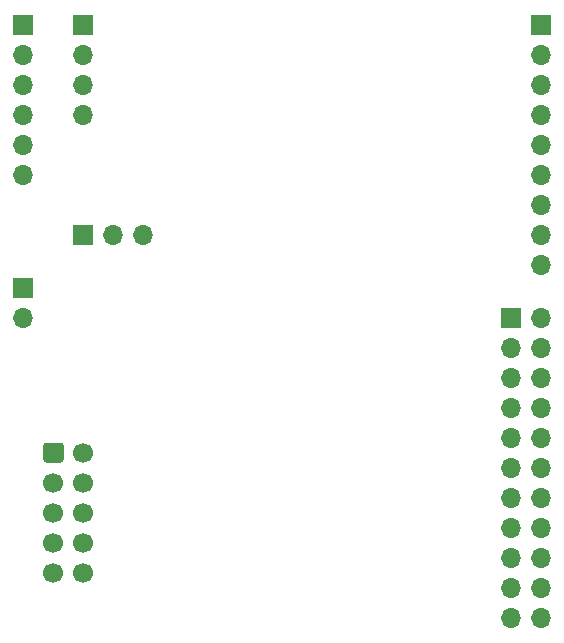
<source format=gbr>
%TF.GenerationSoftware,KiCad,Pcbnew,(5.1.9)-1*%
%TF.CreationDate,2021-03-16T13:01:06+03:00*%
%TF.ProjectId,VedgaZigBee,56656467-615a-4696-9742-65652e6b6963,rev?*%
%TF.SameCoordinates,Original*%
%TF.FileFunction,Soldermask,Bot*%
%TF.FilePolarity,Negative*%
%FSLAX46Y46*%
G04 Gerber Fmt 4.6, Leading zero omitted, Abs format (unit mm)*
G04 Created by KiCad (PCBNEW (5.1.9)-1) date 2021-03-16 13:01:06*
%MOMM*%
%LPD*%
G01*
G04 APERTURE LIST*
%ADD10O,1.700000X1.700000*%
%ADD11R,1.700000X1.700000*%
%ADD12C,1.700000*%
G04 APERTURE END LIST*
D10*
%TO.C,J6*%
X133985000Y-111125000D03*
X133985000Y-108585000D03*
X133985000Y-106045000D03*
X133985000Y-103505000D03*
X133985000Y-100965000D03*
X133985000Y-98425000D03*
X133985000Y-95885000D03*
X133985000Y-93345000D03*
D11*
X133985000Y-90805000D03*
%TD*%
D10*
%TO.C,J7*%
X100330000Y-108585000D03*
X97790000Y-108585000D03*
D11*
X95250000Y-108585000D03*
%TD*%
%TO.C,J1*%
G36*
G01*
X91860000Y-127600000D02*
X91860000Y-126400000D01*
G75*
G02*
X92110000Y-126150000I250000J0D01*
G01*
X93310000Y-126150000D01*
G75*
G02*
X93560000Y-126400000I0J-250000D01*
G01*
X93560000Y-127600000D01*
G75*
G02*
X93310000Y-127850000I-250000J0D01*
G01*
X92110000Y-127850000D01*
G75*
G02*
X91860000Y-127600000I0J250000D01*
G01*
G37*
D12*
X92710000Y-129540000D03*
X92710000Y-132080000D03*
X92710000Y-134620000D03*
X92710000Y-137160000D03*
X95250000Y-127000000D03*
X95250000Y-129540000D03*
X95250000Y-132080000D03*
X95250000Y-134620000D03*
X95250000Y-137160000D03*
%TD*%
D11*
%TO.C,J2*%
X90170000Y-113030000D03*
D10*
X90170000Y-115570000D03*
%TD*%
D11*
%TO.C,J3*%
X131445000Y-115570000D03*
D10*
X133985000Y-115570000D03*
X131445000Y-118110000D03*
X133985000Y-118110000D03*
X131445000Y-120650000D03*
X133985000Y-120650000D03*
X131445000Y-123190000D03*
X133985000Y-123190000D03*
X131445000Y-125730000D03*
X133985000Y-125730000D03*
X131445000Y-128270000D03*
X133985000Y-128270000D03*
X131445000Y-130810000D03*
X133985000Y-130810000D03*
X131445000Y-133350000D03*
X133985000Y-133350000D03*
X131445000Y-135890000D03*
X133985000Y-135890000D03*
X131445000Y-138430000D03*
X133985000Y-138430000D03*
X131445000Y-140970000D03*
X133985000Y-140970000D03*
%TD*%
D11*
%TO.C,J4*%
X90170000Y-90805000D03*
D10*
X90170000Y-93345000D03*
X90170000Y-95885000D03*
X90170000Y-98425000D03*
X90170000Y-100965000D03*
X90170000Y-103505000D03*
%TD*%
D11*
%TO.C,J5*%
X95250000Y-90805000D03*
D10*
X95250000Y-93345000D03*
X95250000Y-95885000D03*
X95250000Y-98425000D03*
%TD*%
M02*

</source>
